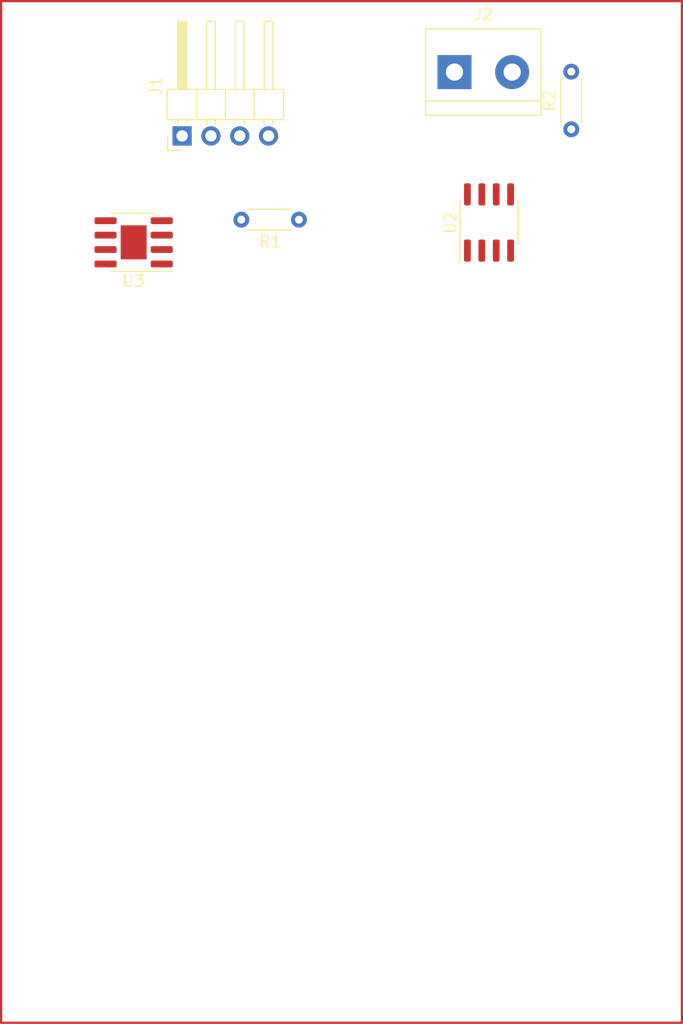
<source format=kicad_pcb>
(kicad_pcb (version 20211014) (generator pcbnew)
  (layers (0 "F.Cu" signal) (31 "B.Cu" signal) (34 "B.Paste" user) (35 "F.Paste" user) (36 "B.SilkS" user "B.Silkscreen") (37 "F.SilkS" user "F.Silkscreen") (38 "B.Mask" user) (39 "F.Mask" user) (44 "Edge.Cuts" user))
  (net 0 "")
  (net 1 "/can_module/D")
  (net 2 "/can_module/R")
  (net 3 "GND")
  (net 4 "+3V3")
  (net 5 "/can_module/CANH")
  (net 6 "/can_module/CANL")
  (net 7 "Net-(R1-Pad1)")
  (net 9 "Net-(C5-Pad1)")
  (net 10 "+12V")
  (net 11 "Net-(C5-Pad2)")
  (net 12 "Net-(R5-Pad1)")
  (net 13 "Net-(C4-Pad1)")
  (net 14 "Net-(R3-Pad2)")
  (net 15 "Net-(C3-Pad1)")
  (footprint "Connector_PinHeader_2.54mm:PinHeader_1x04_P2.54mm_Horizontal" (layer "F.Cu") (at 123.45 56.875 90)
    (fp_text reference "J1" (at 4.385 -2.27 90) (layer "F.SilkS"))
    (fp_text value "Conn_01x04")
    (fp_line (start -1.27 0) (end -1.27 -1.27) (layer "F.SilkS") (width 0.12))
    (fp_line (start 4.1 0.28) (end 10.1 0.28) (layer "F.SilkS") (width 0.12))
    (fp_line (start 1.042929 4.7) (end 1.44 4.7) (layer "F.SilkS") (width 0.12))
    (fp_line (start -1.27 -1.27) (end 0 -1.27) (layer "F.SilkS") (width 0.12))
    (fp_line (start 10.1 4.7) (end 10.1 5.46) (layer "F.SilkS") (width 0.12))
    (fp_line (start 4.1 -0.32) (end 10.1 -0.32) (layer "F.SilkS") (width 0.12))
    (fp_line (start 1.042929 5.46) (end 1.44 5.46) (layer "F.SilkS") (width 0.12))
    (fp_line (start 10.1 -0.38) (end 10.1 0.38) (layer "F.SilkS") (width 0.12))
    (fp_line (start 4.1 7.24) (end 10.1 7.24) (layer "F.SilkS") (width 0.12))
    (fp_line (start 4.1 -0.08) (end 10.1 -0.08) (layer "F.SilkS") (width 0.12))
    (fp_line (start 10.1 2.92) (end 4.1 2.92) (layer "F.SilkS") (width 0.12))
    (fp_line (start 1.44 6.35) (end 4.1 6.35) (layer "F.SilkS") (width 0.12))
    (fp_line (start 1.11 -0.38) (end 1.44 -0.38) (layer "F.SilkS") (width 0.12))
    (fp_line (start 1.042929 2.92) (end 1.44 2.92) (layer "F.SilkS") (width 0.12))
    (fp_line (start 1.042929 7.24) (end 1.44 7.24) (layer "F.SilkS") (width 0.12))
    (fp_line (start 4.1 2.16) (end 10.1 2.16) (layer "F.SilkS") (width 0.12))
    (fp_line (start 1.11 0.38) (end 1.44 0.38) (layer "F.SilkS") (width 0.12))
    (fp_line (start 10.1 5.46) (end 4.1 5.46) (layer "F.SilkS") (width 0.12))
    (fp_line (start 1.44 1.27) (end 4.1 1.27) (layer "F.SilkS") (width 0.12))
    (fp_line (start 10.1 0.38) (end 4.1 0.38) (layer "F.SilkS") (width 0.12))
    (fp_line (start 10.1 2.16) (end 10.1 2.92) (layer "F.SilkS") (width 0.12))
    (fp_line (start 1.44 -1.33) (end 1.44 8.95) (layer "F.SilkS") (width 0.12))
    (fp_line (start 4.1 -0.38) (end 10.1 -0.38) (layer "F.SilkS") (width 0.12))
    (fp_line (start 4.1 4.7) (end 10.1 4.7) (layer "F.SilkS") (width 0.12))
    (fp_line (start 1.44 8.95) (end 4.1 8.95) (layer "F.SilkS") (width 0.12))
    (fp_line (start 1.042929 2.16) (end 1.44 2.16) (layer "F.SilkS") (width 0.12))
    (fp_line (start 4.1 8.95) (end 4.1 -1.33) (layer "F.SilkS") (width 0.12))
    (fp_line (start 4.1 0.16) (end 10.1 0.16) (layer "F.SilkS") (width 0.12))
    (fp_line (start 10.1 8) (end 4.1 8) (layer "F.SilkS") (width 0.12))
    (fp_line (start 1.042929 8) (end 1.44 8) (layer "F.SilkS") (width 0.12))
    (fp_line (start 4.1 -1.33) (end 1.44 -1.33) (layer "F.SilkS") (width 0.12))
    (fp_line (start 10.1 7.24) (end 10.1 8) (layer "F.SilkS") (width 0.12))
    (fp_line (start 4.1 -0.2) (end 10.1 -0.2) (layer "F.SilkS") (width 0.12))
    (fp_line (start 1.44 3.81) (end 4.1 3.81) (layer "F.SilkS") (width 0.12))
    (fp_line (start 4.1 0.04) (end 10.1 0.04) (layer "F.SilkS") (width 0.12))
    (pad "1" thru_hole rect (at 0 0 90) (size 1.7 1.7) (drill 1) (layers *.Cu *.Mask) (net 1 "/can_module/D"))
    (pad "2" thru_hole oval (at 0 2.54 90) (size 1.7 1.7) (drill 1) (layers *.Cu *.Mask) (net 2 "/can_module/R"))
    (pad "3" thru_hole oval (at 0 5.08 90) (size 1.7 1.7) (drill 1) (layers *.Cu *.Mask) (net 3 "GND"))
    (pad "4" thru_hole oval (at 0 7.62 90) (size 1.7 1.7) (drill 1) (layers *.Cu *.Mask) (net 4 "+3V3"))
  )
  (footprint "Package_SO:SOIC-8_3.9x4.9mm_P1.27mm" (layer "F.Cu") (at 150.5 64.5 90)
    (fp_text reference "U2" (at 0 -3.4 90) (layer "F.SilkS"))
    (fp_text value "SN65HVD230")
    (fp_line (start 0 -2.56) (end 1.95 -2.56) (layer "F.SilkS") (width 0.12))
    (fp_line (start 0 -2.56) (end -3.45 -2.56) (layer "F.SilkS") (width 0.12))
    (fp_line (start 0 2.56) (end 1.95 2.56) (layer "F.SilkS") (width 0.12))
    (fp_line (start 0 2.56) (end -1.95 2.56) (layer "F.SilkS") (width 0.12))
    (pad "1" smd roundrect (at -2.475 -1.905 90) (size 1.95 0.6) (layers "F.Cu" "F.Paste" "F.Mask") (net 1 "/can_module/D"))
    (pad "2" smd roundrect (at -2.475 -0.635 90) (size 1.95 0.6) (layers "F.Cu" "F.Paste" "F.Mask") (net 3 "GND"))
    (pad "3" smd roundrect (at -2.475 0.635 90) (size 1.95 0.6) (layers "F.Cu" "F.Paste" "F.Mask") (net 4 "+3V3"))
    (pad "4" smd roundrect (at -2.475 1.905 90) (size 1.95 0.6) (layers "F.Cu" "F.Paste" "F.Mask") (net 2 "/can_module/R"))
    (pad "5" smd roundrect (at 2.475 1.905 90) (size 1.95 0.6) (layers "F.Cu" "F.Paste" "F.Mask"))
    (pad "6" smd roundrect (at 2.475 0.635 90) (size 1.95 0.6) (layers "F.Cu" "F.Paste" "F.Mask") (net 6 "/can_module/CANL"))
    (pad "7" smd roundrect (at 2.475 -0.635 90) (size 1.95 0.6) (layers "F.Cu" "F.Paste" "F.Mask") (net 5 "/can_module/CANH"))
    (pad "8" smd roundrect (at 2.475 -1.905 90) (size 1.95 0.6) (layers "F.Cu" "F.Paste" "F.Mask") (net 7 "Net-(R1-Pad1)"))
  )
  (footprint "Package_SO:SOIC-8-1EP_3.9x4.9mm_P1.27mm_EP2.29x3mm" (layer "F.Cu") (at 119.18 66.25 180)
    (fp_text reference "U3" (at 0 -3.4) (layer "F.SilkS"))
    (fp_text value "MP2307DN_SOIC8N")
    (fp_line (start 0 -2.56) (end -3.45 -2.56) (layer "F.SilkS") (width 0.12))
    (fp_line (start 0 2.56) (end -1.95 2.56) (layer "F.SilkS") (width 0.12))
    (fp_line (start 0 2.56) (end 1.95 2.56) (layer "F.SilkS") (width 0.12))
    (fp_line (start 0 -2.56) (end 1.95 -2.56) (layer "F.SilkS") (width 0.12))
    (pad "1" smd roundrect (at -2.475 -1.905 180) (size 1.95 0.6) (layers "F.Cu" "F.Paste" "F.Mask") (net 9 "Net-(C5-Pad1)"))
    (pad "2" smd roundrect (at -2.475 -0.635 180) (size 1.95 0.6) (layers "F.Cu" "F.Paste" "F.Mask") (net 10 "+12V"))
    (pad "3" smd roundrect (at -2.475 0.635 180) (size 1.95 0.6) (layers "F.Cu" "F.Paste" "F.Mask") (net 11 "Net-(C5-Pad2)"))
    (pad "4" smd roundrect (at -2.475 1.905 180) (size 1.95 0.6) (layers "F.Cu" "F.Paste" "F.Mask") (net 3 "GND"))
    (pad "5" smd roundrect (at 2.475 1.905 180) (size 1.95 0.6) (layers "F.Cu" "F.Paste" "F.Mask") (net 12 "Net-(R5-Pad1)"))
    (pad "6" smd roundrect (at 2.475 0.635 180) (size 1.95 0.6) (layers "F.Cu" "F.Paste" "F.Mask") (net 13 "Net-(C4-Pad1)"))
    (pad "7" smd roundrect (at 2.475 -0.635 180) (size 1.95 0.6) (layers "F.Cu" "F.Paste" "F.Mask") (net 14 "Net-(R3-Pad2)"))
    (pad "8" smd roundrect (at 2.475 -1.905 180) (size 1.95 0.6) (layers "F.Cu" "F.Paste" "F.Mask") (net 15 "Net-(C3-Pad1)"))
    (pad "9" smd rect (at 0 0 180) (size 2.29 3) (layers "F.Cu" "F.Mask"))
  )
  (footprint "Resistor_THT:R_Axial_DIN0204_L3.6mm_D1.6mm_P5.08mm_Horizontal" (layer "F.Cu") (at 157.75 56.29 90)
    (fp_text reference "R2" (at 2.54 -1.92 90) (layer "F.SilkS"))
    (fp_text value "120")
    (fp_line (start 0.62 -0.92) (end 4.46 -0.92) (layer "F.SilkS") (width 0.12))
    (fp_line (start 0.62 0.92) (end 4.46 0.92) (layer "F.SilkS") (width 0.12))
    (pad "1" thru_hole circle (at 0 0 90) (size 1.4 1.4) (drill 0.7) (layers *.Cu *.Mask) (net 5 "/can_module/CANH"))
    (pad "2" thru_hole oval (at 5.08 0 90) (size 1.4 1.4) (drill 0.7) (layers *.Cu *.Mask) (net 6 "/can_module/CANL"))
  )
  (footprint "TerminalBlock:TerminalBlock_bornier-2_P5.08mm" (layer "F.Cu") (at 147.46 51.25)
    (fp_text reference "J2" (at 2.54 -5.08) (layer "F.SilkS"))
    (fp_text value "Conn_01x02")
    (fp_line (start -2.54 3.81) (end 7.62 3.81) (layer "F.SilkS") (width 0.12))
    (fp_line (start 7.62 3.81) (end 7.62 -3.81) (layer "F.SilkS") (width 0.12))
    (fp_line (start 7.62 2.54) (end -2.54 2.54) (layer "F.SilkS") (width 0.12))
    (fp_line (start -2.54 -3.81) (end -2.54 3.81) (layer "F.SilkS") (width 0.12))
    (fp_line (start 7.62 -3.81) (end -2.54 -3.81) (layer "F.SilkS") (width 0.12))
    (pad "1" thru_hole rect (at 0 0) (size 3 3) (drill 1.52) (layers *.Cu *.Mask) (net 5 "/can_module/CANH"))
    (pad "2" thru_hole circle (at 5.08 0) (size 3 3) (drill 1.52) (layers *.Cu *.Mask) (net 6 "/can_module/CANL"))
  )
  (footprint "Resistor_THT:R_Axial_DIN0204_L3.6mm_D1.6mm_P5.08mm_Horizontal" (layer "F.Cu") (at 133.75 64.25 180)
    (fp_text reference "R1" (at 2.54 -1.92) (layer "F.SilkS"))
    (fp_text value "10k")
    (fp_line (start 0.62 -0.92) (end 4.46 -0.92) (layer "F.SilkS") (width 0.12))
    (fp_line (start 0.62 0.92) (end 4.46 0.92) (layer "F.SilkS") (width 0.12))
    (pad "1" thru_hole circle (at 0 0 180) (size 1.4 1.4) (drill 0.7) (layers *.Cu *.Mask) (net 7 "Net-(R1-Pad1)"))
    (pad "2" thru_hole oval (at 5.08 0 180) (size 1.4 1.4) (drill 0.7) (layers *.Cu *.Mask) (net 3 "GND"))
  )
  (gr_rect (start 107.5 45) (end 167.5 135) (layer "F.Cu") (width 0.2) (fill none))
)
</source>
